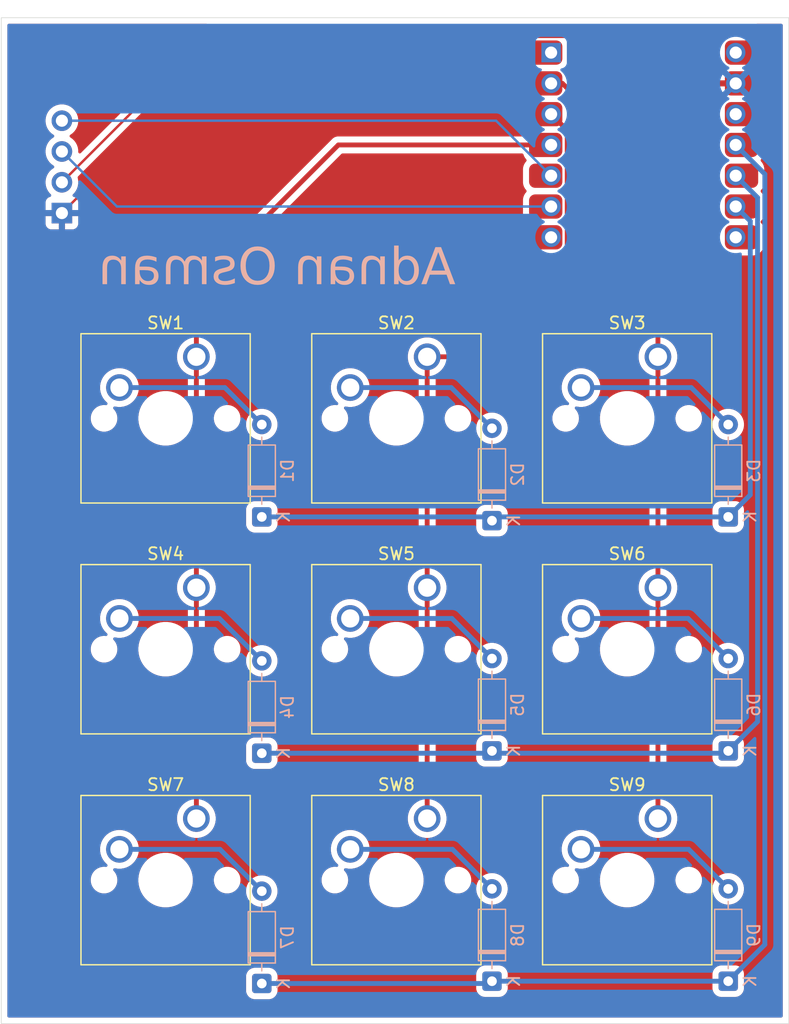
<source format=kicad_pcb>
(kicad_pcb (version 20241229) (generator "pcbnew") (generator_version "9.0")
  (layers (0 "F.Cu" signal) (2 "B.Cu" signal) (13 "F.Paste" user) (15 "B.Paste" user) (5 "F.SilkS" user "F.Silkscreen") (7 "B.SilkS" user "B.Silkscreen") (1 "F.Mask" user) (3 "B.Mask" user) (25 "Edge.Cuts" user))
  (net 0 "")
  (net 1 "GND")
  (net 2 "Net-(Brd1-SDA)")
  (net 3 "Net-(Brd1-VCC)")
  (net 4 "Net-(Brd1-SCL)")
  (net 5 "Row1")
  (net 6 "Net-(D1-A)")
  (net 7 "Net-(D2-A)")
  (net 8 "Net-(D3-A)")
  (net 9 "Row2")
  (net 10 "Net-(D4-A)")
  (net 11 "Net-(D5-A)")
  (net 12 "Net-(D6-A)")
  (net 13 "Row3")
  (net 14 "Net-(D7-A)")
  (net 15 "Net-(D8-A)")
  (net 16 "Net-(D9-A)")
  (net 17 "Col1")
  (net 18 "Col2")
  (net 19 "Col3")
  (footprint "Button_Switch_Keyboard:SW_Cherry_MX_1.00u_PCB" (layer "F.Cu") (at 46.1 114.53)
    (property "Reference" "SW4" (at -2.54 -2.794 0) (layer "F.SilkS"))
    (property "Value" "SW_Push")
    (fp_line (start -9.525 -1.905) (end 4.445 -1.905) (stroke (width 0.12)) (layer "F.SilkS"))
    (fp_line (start -9.525 12.065) (end -9.525 -1.905) (stroke (width 0.12)) (layer "F.SilkS"))
    (fp_line (start 4.445 -1.905) (end 4.445 12.065) (stroke (width 0.12)) (layer "F.SilkS"))
    (fp_line (start 4.445 12.065) (end -9.525 12.065) (stroke (width 0.12)) (layer "F.SilkS"))
    (pad "" np_thru_hole circle (at -7.62 5.08) (size 1.7 1.7) (drill 1.7) (layers "*.Cu" "*.Mask"))
    (pad "" np_thru_hole circle (at -2.54 5.08) (size 4 4) (drill 4) (layers "*.Cu" "*.Mask"))
    (pad "" np_thru_hole circle (at 2.54 5.08) (size 1.7 1.7) (drill 1.7) (layers "*.Cu" "*.Mask"))
    (pad "1" thru_hole circle (at 0 0) (size 2.2 2.2) (drill 1.5) (layers "*.Cu" "*.Mask") (net 17 "Col1"))
    (pad "2" thru_hole circle (at -6.35 2.54) (size 2.2 2.2) (drill 1.5) (layers "*.Cu" "*.Mask") (net 10 "Net-(D4-A)"))
  )
  (footprint "Button_Switch_Keyboard:SW_Cherry_MX_1.00u_PCB" (layer "F.Cu") (at 65.15 114.53)
    (property "Reference" "SW5" (at -2.54 -2.794 0) (layer "F.SilkS"))
    (property "Value" "SW_Push")
    (fp_line (start -9.525 -1.905) (end 4.445 -1.905) (stroke (width 0.12)) (layer "F.SilkS"))
    (fp_line (start -9.525 12.065) (end -9.525 -1.905) (stroke (width 0.12)) (layer "F.SilkS"))
    (fp_line (start 4.445 -1.905) (end 4.445 12.065) (stroke (width 0.12)) (layer "F.SilkS"))
    (fp_line (start 4.445 12.065) (end -9.525 12.065) (stroke (width 0.12)) (layer "F.SilkS"))
    (pad "" np_thru_hole circle (at -7.62 5.08) (size 1.7 1.7) (drill 1.7) (layers "*.Cu" "*.Mask"))
    (pad "" np_thru_hole circle (at -2.54 5.08) (size 4 4) (drill 4) (layers "*.Cu" "*.Mask"))
    (pad "" np_thru_hole circle (at 2.54 5.08) (size 1.7 1.7) (drill 1.7) (layers "*.Cu" "*.Mask"))
    (pad "1" thru_hole circle (at 0 0) (size 2.2 2.2) (drill 1.5) (layers "*.Cu" "*.Mask") (net 18 "Col2"))
    (pad "2" thru_hole circle (at -6.35 2.54) (size 2.2 2.2) (drill 1.5) (layers "*.Cu" "*.Mask") (net 11 "Net-(D5-A)"))
  )
  (footprint "Button_Switch_Keyboard:SW_Cherry_MX_1.00u_PCB" (layer "F.Cu") (at 84.2 95.48)
    (property "Reference" "SW3" (at -2.54 -2.794 0) (layer "F.SilkS"))
    (property "Value" "SW_Push")
    (fp_line (start -9.525 -1.905) (end 4.445 -1.905) (stroke (width 0.12)) (layer "F.SilkS"))
    (fp_line (start -9.525 12.065) (end -9.525 -1.905) (stroke (width 0.12)) (layer "F.SilkS"))
    (fp_line (start 4.445 -1.905) (end 4.445 12.065) (stroke (width 0.12)) (layer "F.SilkS"))
    (fp_line (start 4.445 12.065) (end -9.525 12.065) (stroke (width 0.12)) (layer "F.SilkS"))
    (pad "" np_thru_hole circle (at -7.62 5.08) (size 1.7 1.7) (drill 1.7) (layers "*.Cu" "*.Mask"))
    (pad "" np_thru_hole circle (at -2.54 5.08) (size 4 4) (drill 4) (layers "*.Cu" "*.Mask"))
    (pad "" np_thru_hole circle (at 2.54 5.08) (size 1.7 1.7) (drill 1.7) (layers "*.Cu" "*.Mask"))
    (pad "1" thru_hole circle (at 0 0) (size 2.2 2.2) (drill 1.5) (layers "*.Cu" "*.Mask") (net 19 "Col3"))
    (pad "2" thru_hole circle (at -6.35 2.54) (size 2.2 2.2) (drill 1.5) (layers "*.Cu" "*.Mask") (net 8 "Net-(D3-A)"))
  )
  (footprint "Button_Switch_Keyboard:SW_Cherry_MX_1.00u_PCB" (layer "F.Cu") (at 65.15 133.58)
    (property "Reference" "SW8" (at -2.54 -2.794 0) (layer "F.SilkS"))
    (property "Value" "SW_Push")
    (fp_line (start -9.525 -1.905) (end 4.445 -1.905) (stroke (width 0.12)) (layer "F.SilkS"))
    (fp_line (start -9.525 12.065) (end -9.525 -1.905) (stroke (width 0.12)) (layer "F.SilkS"))
    (fp_line (start 4.445 -1.905) (end 4.445 12.065) (stroke (width 0.12)) (layer "F.SilkS"))
    (fp_line (start 4.445 12.065) (end -9.525 12.065) (stroke (width 0.12)) (layer "F.SilkS"))
    (pad "" np_thru_hole circle (at -7.62 5.08) (size 1.7 1.7) (drill 1.7) (layers "*.Cu" "*.Mask"))
    (pad "" np_thru_hole circle (at -2.54 5.08) (size 4 4) (drill 4) (layers "*.Cu" "*.Mask"))
    (pad "" np_thru_hole circle (at 2.54 5.08) (size 1.7 1.7) (drill 1.7) (layers "*.Cu" "*.Mask"))
    (pad "1" thru_hole circle (at 0 0) (size 2.2 2.2) (drill 1.5) (layers "*.Cu" "*.Mask") (net 18 "Col2"))
    (pad "2" thru_hole circle (at -6.35 2.54) (size 2.2 2.2) (drill 1.5) (layers "*.Cu" "*.Mask") (net 15 "Net-(D8-A)"))
  )
  (footprint "Button_Switch_Keyboard:SW_Cherry_MX_1.00u_PCB" (layer "F.Cu") (at 46.1 133.58)
    (property "Reference" "SW7" (at -2.54 -2.794 0) (layer "F.SilkS"))
    (property "Value" "SW_Push")
    (fp_line (start -9.525 -1.905) (end 4.445 -1.905) (stroke (width 0.12)) (layer "F.SilkS"))
    (fp_line (start -9.525 12.065) (end -9.525 -1.905) (stroke (width 0.12)) (layer "F.SilkS"))
    (fp_line (start 4.445 -1.905) (end 4.445 12.065) (stroke (width 0.12)) (layer "F.SilkS"))
    (fp_line (start 4.445 12.065) (end -9.525 12.065) (stroke (width 0.12)) (layer "F.SilkS"))
    (pad "" np_thru_hole circle (at -7.62 5.08) (size 1.7 1.7) (drill 1.7) (layers "*.Cu" "*.Mask"))
    (pad "" np_thru_hole circle (at -2.54 5.08) (size 4 4) (drill 4) (layers "*.Cu" "*.Mask"))
    (pad "" np_thru_hole circle (at 2.54 5.08) (size 1.7 1.7) (drill 1.7) (layers "*.Cu" "*.Mask"))
    (pad "1" thru_hole circle (at 0 0) (size 2.2 2.2) (drill 1.5) (layers "*.Cu" "*.Mask") (net 17 "Col1"))
    (pad "2" thru_hole circle (at -6.35 2.54) (size 2.2 2.2) (drill 1.5) (layers "*.Cu" "*.Mask") (net 14 "Net-(D7-A)"))
  )
  (footprint "Button_Switch_Keyboard:SW_Cherry_MX_1.00u_PCB" (layer "F.Cu") (at 84.2 133.58)
    (property "Reference" "SW9" (at -2.54 -2.794 0) (layer "F.SilkS"))
    (property "Value" "SW_Push")
    (fp_line (start -9.525 -1.905) (end 4.445 -1.905) (stroke (width 0.12)) (layer "F.SilkS"))
    (fp_line (start -9.525 12.065) (end -9.525 -1.905) (stroke (width 0.12)) (layer "F.SilkS"))
    (fp_line (start 4.445 -1.905) (end 4.445 12.065) (stroke (width 0.12)) (layer "F.SilkS"))
    (fp_line (start 4.445 12.065) (end -9.525 12.065) (stroke (width 0.12)) (layer "F.SilkS"))
    (pad "" np_thru_hole circle (at -7.62 5.08) (size 1.7 1.7) (drill 1.7) (layers "*.Cu" "*.Mask"))
    (pad "" np_thru_hole circle (at -2.54 5.08) (size 4 4) (drill 4) (layers "*.Cu" "*.Mask"))
    (pad "" np_thru_hole circle (at 2.54 5.08) (size 1.7 1.7) (drill 1.7) (layers "*.Cu" "*.Mask"))
    (pad "1" thru_hole circle (at 0 0) (size 2.2 2.2) (drill 1.5) (layers "*.Cu" "*.Mask") (net 19 "Col3"))
    (pad "2" thru_hole circle (at -6.35 2.54) (size 2.2 2.2) (drill 1.5) (layers "*.Cu" "*.Mask") (net 16 "Net-(D9-A)"))
  )
  (footprint "Button_Switch_Keyboard:SW_Cherry_MX_1.00u_PCB" (layer "F.Cu") (at 65.15 95.48)
    (property "Reference" "SW2" (at -2.54 -2.794 0) (layer "F.SilkS"))
    (property "Value" "SW_Push")
    (fp_line (start -9.525 -1.905) (end 4.445 -1.905) (stroke (width 0.12)) (layer "F.SilkS"))
    (fp_line (start -9.525 12.065) (end -9.525 -1.905) (stroke (width 0.12)) (layer "F.SilkS"))
    (fp_line (start 4.445 -1.905) (end 4.445 12.065) (stroke (width 0.12)) (layer "F.SilkS"))
    (fp_line (start 4.445 12.065) (end -9.525 12.065) (stroke (width 0.12)) (layer "F.SilkS"))
    (pad "" np_thru_hole circle (at -7.62 5.08) (size 1.7 1.7) (drill 1.7) (layers "*.Cu" "*.Mask"))
    (pad "" np_thru_hole circle (at -2.54 5.08) (size 4 4) (drill 4) (layers "*.Cu" "*.Mask"))
    (pad "" np_thru_hole circle (at 2.54 5.08) (size 1.7 1.7) (drill 1.7) (layers "*.Cu" "*.Mask"))
    (pad "1" thru_hole circle (at 0 0) (size 2.2 2.2) (drill 1.5) (layers "*.Cu" "*.Mask") (net 18 "Col2"))
    (pad "2" thru_hole circle (at -6.35 2.54) (size 2.2 2.2) (drill 1.5) (layers "*.Cu" "*.Mask") (net 7 "Net-(D2-A)"))
  )
  (footprint "ScottoKeebs_Components:OLED_128x32" (layer "F.Cu") (at 33.4 73.82)
    (property "Reference" "Brd1" (hide yes))
    (property "Value" "SSD1306")
    (pad "1" thru_hole rect (at 1.6 9.8 180) (size 1.7 1.7) (drill 1) (layers "*.Cu" "*.Mask") (net 1 "GND"))
    (pad "2" thru_hole oval (at 1.6 7.26 180) (size 1.7 1.7) (drill 1) (layers "*.Cu" "*.Mask") (net 3 "Net-(Brd1-VCC)"))
    (pad "3" thru_hole oval (at 1.6 4.72 180) (size 1.7 1.7) (drill 1) (layers "*.Cu" "*.Mask") (net 4 "Net-(Brd1-SCL)"))
    (pad "4" thru_hole oval (at 1.6 2.18 180) (size 1.7 1.7) (drill 1) (layers "*.Cu" "*.Mask") (net 2 "Net-(Brd1-SDA)"))
  )
  (footprint "Button_Switch_Keyboard:SW_Cherry_MX_1.00u_PCB" (layer "F.Cu") (at 84.2 114.53)
    (property "Reference" "SW6" (at -2.54 -2.794 0) (layer "F.SilkS"))
    (property "Value" "SW_Push")
    (fp_line (start -9.525 -1.905) (end 4.445 -1.905) (stroke (width 0.12)) (layer "F.SilkS"))
    (fp_line (start -9.525 12.065) (end -9.525 -1.905) (stroke (width 0.12)) (layer "F.SilkS"))
    (fp_line (start 4.445 -1.905) (end 4.445 12.065) (stroke (width 0.12)) (layer "F.SilkS"))
    (fp_line (start 4.445 12.065) (end -9.525 12.065) (stroke (width 0.12)) (layer "F.SilkS"))
    (pad "" np_thru_hole circle (at -7.62 5.08) (size 1.7 1.7) (drill 1.7) (layers "*.Cu" "*.Mask"))
    (pad "" np_thru_hole circle (at -2.54 5.08) (size 4 4) (drill 4) (layers "*.Cu" "*.Mask"))
    (pad "" np_thru_hole circle (at 2.54 5.08) (size 1.7 1.7) (drill 1.7) (layers "*.Cu" "*.Mask"))
    (pad "1" thru_hole circle (at 0 0) (size 2.2 2.2) (drill 1.5) (layers "*.Cu" "*.Mask") (net 19 "Col3"))
    (pad "2" thru_hole circle (at -6.35 2.54) (size 2.2 2.2) (drill 1.5) (layers "*.Cu" "*.Mask") (net 12 "Net-(D6-A)"))
  )
  (footprint "ScottoKeebs_MCU:Seeed_XIAO_RP2040" (layer "F.Cu") (at 83 78)
    (property "Reference" "U1" (hide yes))
    (property "Value" "XIAO-RP2040-DIP")
    (pad "1" smd roundrect (at -8.065 -7.62) (size 2.75 2) (layers "F.Cu" "F.Mask" "F.Paste"))
    (pad "1" thru_hole rect (at -7.62 -7.62 90) (size 1.6 1.6) (drill 1) (layers "*.Cu" "*.Mask"))
    (pad "2" smd roundrect (at -8.065 -5.08) (size 2.75 2) (layers "F.Cu" "F.Mask" "F.Paste") (net 19 "Col3"))
    (pad "2" thru_hole circle (at -7.62 -5.08 90) (size 1.6 1.6) (drill 1) (layers "*.Cu" "*.Mask") (net 19 "Col3"))
    (pad "3" smd roundrect (at -8.065 -2.54) (size 2.75 2) (layers "F.Cu" "F.Mask" "F.Paste") (net 18 "Col2"))
    (pad "3" thru_hole circle (at -7.62 -2.54 90) (size 1.6 1.6) (drill 1) (layers "*.Cu" "*.Mask") (net 18 "Col2"))
    (pad "4" smd roundrect (at -8.065 0) (size 2.75 2) (layers "F.Cu" "F.Mask" "F.Paste") (net 17 "Col1"))
    (pad "4" thru_hole circle (at -7.62 0 90) (size 1.6 1.6) (drill 1) (layers "*.Cu" "*.Mask") (net 17 "Col1"))
    (pad "5" smd roundrect (at -8.065 2.54) (size 2.75 2) (layers "F.Cu" "F.Mask" "F.Paste") (net 2 "Net-(Brd1-SDA)"))
    (pad "5" thru_hole circle (at -7.62 2.54 90) (size 1.6 1.6) (drill 1) (layers "*.Cu" "*.Mask") (net 2 "Net-(Brd1-SDA)"))
    (pad "6" smd roundrect (at -8.065 5.08) (size 2.75 2) (layers "F.Cu" "F.Mask" "F.Paste") (net 4 "Net-(Brd1-SCL)"))
    (pad "6" thru_hole circle (at -7.62 5.08 90) (size 1.6 1.6) (drill 1) (layers "*.Cu" "*.Mask") (net 4 "Net-(Brd1-SCL)"))
    (pad "7" smd roundrect (at -8.065 7.62) (size 2.75 2) (layers "F.Cu" "F.Mask" "F.Paste"))
    (pad "7" thru_hole circle (at -7.62 7.62 90) (size 1.6 1.6) (drill 1) (layers "*.Cu" "*.Mask"))
    (pad "8" thru_hole circle (at 7.62 7.62 90) (size 1.6 1.6) (drill 1) (layers "*.Cu" "*.Mask"))
    (pad "8" smd roundrect (at 8.1 7.62) (size 2.75 2) (layers "F.Cu" "F.Mask" "F.Paste"))
    (pad "9" thru_hole circle (at 7.62 5.08 90) (size 1.6 1.6) (drill 1) (layers "*.Cu" "*.Mask") (net 5 "Row1"))
    (pad "9" smd roundrect (at 8.1 5.08) (size 2.75 2) (layers "F.Cu" "F.Mask" "F.Paste") (net 5 "Row1"))
    (pad "10" thru_hole circle (at 7.62 2.54 90) (size 1.6 1.6) (drill 1) (layers "*.Cu" "*.Mask") (net 9 "Row2"))
    (pad "10" smd roundrect (at 8.1 2.54) (size 2.75 2) (layers "F.Cu" "F.Mask" "F.Paste") (net 9 "Row2"))
    (pad "11" thru_hole circle (at 7.62 0 90) (size 1.6 1.6) (drill 1) (layers "*.Cu" "*.Mask") (net 13 "Row3"))
    (pad "11" smd roundrect (at 8.1 0) (size 2.75 2) (layers "F.Cu" "F.Mask" "F.Paste") (net 13 "Row3"))
    (pad "12" thru_hole circle (at 7.62 -2.54 90) (size 1.6 1.6) (drill 1) (layers "*.Cu" "*.Mask") (net 3 "Net-(Brd1-VCC)"))
    (pad "12" smd roundrect (at 8.1 -2.54) (size 2.75 2) (layers "F.Cu" "F.Mask" "F.Paste") (net 3 "Net-(Brd1-VCC)"))
    (pad "13" thru_hole circle (at 7.62 -5.08 90) (size 1.6 1.6) (drill 1) (layers "*.Cu" "*.Mask") (net 1 "GND"))
    (pad "13" smd roundrect (at 8.1 -5.08) (size 2.75 2) (layers "F.Cu" "F.Mask" "F.Paste") (net 1 "GND"))
    (pad "14" thru_hole circle (at 7.62 -7.62 90) (size 1.6 1.6) (drill 1) (layers "*.Cu" "*.Mask"))
    (pad "14" smd roundrect (at 8.1 -7.62) (size 2.75 2) (layers "F.Cu" "F.Mask" "F.Paste"))
  )
  (footprint "Button_Switch_Keyboard:SW_Cherry_MX_1.00u_PCB" (layer "F.Cu") (at 46.1 95.48)
    (property "Reference" "SW1" (at -2.54 -2.794 0) (layer "F.SilkS"))
    (property "Value" "SW_Push")
    (fp_line (start -9.525 -1.905) (end 4.445 -1.905) (stroke (width 0.12)) (layer "F.SilkS"))
    (fp_line (start -9.525 12.065) (end -9.525 -1.905) (stroke (width 0.12)) (layer "F.SilkS"))
    (fp_line (start 4.445 -1.905) (end 4.445 12.065) (stroke (width 0.12)) (layer "F.SilkS"))
    (fp_line (start 4.445 12.065) (end -9.525 12.065) (stroke (width 0.12)) (layer "F.SilkS"))
    (pad "" np_thru_hole circle (at -7.62 5.08) (size 1.7 1.7) (drill 1.7) (layers "*.Cu" "*.Mask"))
    (pad "" np_thru_hole circle (at -2.54 5.08) (size 4 4) (drill 4) (layers "*.Cu" "*.Mask"))
    (pad "" np_thru_hole circle (at 2.54 5.08) (size 1.7 1.7) (drill 1.7) (layers "*.Cu" "*.Mask"))
    (pad "1" thru_hole circle (at 0 0) (size 2.2 2.2) (drill 1.5) (layers "*.Cu" "*.Mask") (net 17 "Col1"))
    (pad "2" thru_hole circle (at -6.35 2.54) (size 2.2 2.2) (drill 1.5) (layers "*.Cu" "*.Mask") (net 6 "Net-(D1-A)"))
  )
  (footprint "Diode_THT:D_DO-35_SOD27_P7.62mm_Horizontal" (layer "B.Cu") (at 51.5 108.69 90)
    (property "Reference" "D1" (at 3.81 2.12 90) (layer "B.SilkS") (effects (justify mirror)))
    (property "Value" "1N4148")
    (fp_line (start 6.58 0) (end 5.93 0) (stroke (width 0.12)) (layer "B.SilkS"))
    (fp_line (start 1.04 0) (end 1.69 0) (stroke (width 0.12)) (layer "B.SilkS"))
    (fp_line (start 2.53 1.12) (end 2.53 -1.12) (stroke (width 0.12)) (layer "B.SilkS"))
    (fp_line (start 2.41 1.12) (end 2.41 -1.12) (stroke (width 0.12)) (layer "B.SilkS"))
    (fp_line (start 2.29 1.12) (end 2.29 -1.12) (stroke (width 0.12)) (layer "B.SilkS"))
    (fp_rect (start 1.69 1.12) (end 5.93 -1.12) (stroke (width 0.12)) (fill no) (layer "B.SilkS"))
    (fp_text user "K" (at 0 1.8 90) (layer "B.SilkS") (effects (justify mirror)))
    (pad "1" thru_hole roundrect (at 0 0 90) (size 1.6 1.6) (drill 0.8) (layers "*.Cu" "*.Mask") (roundrect_rratio 0.15625) (net 5 "Row1"))
    (pad "2" thru_hole circle (at 7.62 0 90) (size 1.6 1.6) (drill 0.8) (layers "*.Cu" "*.Mask") (net 6 "Net-(D1-A)"))
  )
  (footprint "Diode_THT:D_DO-35_SOD27_P7.62mm_Horizontal" (layer "B.Cu") (at 90 147 90)
    (property "Reference" "D9" (at 3.81 2.12 90) (layer "B.SilkS") (effects (justify mirror)))
    (property "Value" "1N4148")
    (fp_line (start 6.58 0) (end 5.93 0) (stroke (width 0.12)) (layer "B.SilkS"))
    (fp_line (start 1.04 0) (end 1.69 0) (stroke (width 0.12)) (layer "B.SilkS"))
    (fp_line (start 2.53 1.12) (end 2.53 -1.12) (stroke (width 0.12)) (layer "B.SilkS"))
    (fp_line (start 2.41 1.12) (end 2.41 -1.12) (stroke (width 0.12)) (layer "B.SilkS"))
    (fp_line (start 2.29 1.12) (end 2.29 -1.12) (stroke (width 0.12)) (layer "B.SilkS"))
    (fp_rect (start 1.69 1.12) (end 5.93 -1.12) (stroke (width 0.12)) (fill no) (layer "B.SilkS"))
    (fp_text user "K" (at 0 1.8 90) (layer "B.SilkS") (effects (justify mirror)))
    (pad "1" thru_hole roundrect (at 0 0 90) (size 1.6 1.6) (drill 0.8) (layers "*.Cu" "*.Mask") (roundrect_rratio 0.15625) (net 13 "Row3"))
    (pad "2" thru_hole circle (at 7.62 0 90) (size 1.6 1.6) (drill 0.8) (layers "*.Cu" "*.Mask") (net 16 "Net-(D9-A)"))
  )
  (footprint "Diode_THT:D_DO-35_SOD27_P7.62mm_Horizontal" (layer "B.Cu") (at 90 128 90)
    (property "Reference" "D6" (at 3.81 2.12 90) (layer "B.SilkS") (effects (justify mirror)))
    (property "Value" "1N4148")
    (fp_line (start 6.58 0) (end 5.93 0) (stroke (width 0.12)) (layer "B.SilkS"))
    (fp_line (start 1.04 0) (end 1.69 0) (stroke (width 0.12)) (layer "B.SilkS"))
    (fp_line (start 2.53 1.12) (end 2.53 -1.12) (stroke (width 0.12)) (layer "B.SilkS"))
    (fp_line (start 2.41 1.12) (end 2.41 -1.12) (stroke (width 0.12)) (layer "B.SilkS"))
    (fp_line (start 2.29 1.12) (end 2.29 -1.12) (stroke (width 0.12)) (layer "B.SilkS"))
    (fp_rect (start 1.69 1.12) (end 5.93 -1.12) (stroke (width 0.12)) (fill no) (layer "B.SilkS"))
    (fp_text user "K" (at 0 1.8 90) (layer "B.SilkS") (effects (justify mirror)))
    (pad "1" thru_hole roundrect (at 0 0 90) (size 1.6 1.6) (drill 0.8) (layers "*.Cu" "*.Mask") (roundrect_rratio 0.15625) (net 9 "Row2"))
    (pad "2" thru_hole circle (at 7.62 0 90) (size 1.6 1.6) (drill 0.8) (layers "*.Cu" "*.Mask") (net 12 "Net-(D6-A)"))
  )
  (footprint "Diode_THT:D_DO-35_SOD27_P7.62mm_Horizontal" (layer "B.Cu") (at 51.5 128.19 90)
    (property "Reference" "D4" (at 3.81 2.12 90) (layer "B.SilkS") (effects (justify mirror)))
    (property "Value" "1N4148")
    (fp_line (start 6.58 0) (end 5.93 0) (stroke (width 0.12)) (layer "B.SilkS"))
    (fp_line (start 1.04 0) (end 1.69 0) (stroke (width 0.12)) (layer "B.SilkS"))
    (fp_line (start 2.53 1.12) (end 2.53 -1.12) (stroke (width 0.12)) (layer "B.SilkS"))
    (fp_line (start 2.41 1.12) (end 2.41 -1.12) (stroke (width 0.12)) (layer "B.SilkS"))
    (fp_line (start 2.29 1.12) (end 2.29 -1.12) (stroke (width 0.12)) (layer "B.SilkS"))
    (fp_rect (start 1.69 1.12) (end 5.93 -1.12) (stroke (width 0.12)) (fill no) (layer "B.SilkS"))
    (fp_text user "K" (at 0 1.8 90) (layer "B.SilkS") (effects (justify mirror)))
    (pad "1" thru_hole roundrect (at 0 0 90) (size 1.6 1.6) (drill 0.8) (layers "*.Cu" "*.Mask") (roundrect_rratio 0.15625) (net 9 "Row2"))
    (pad "2" thru_hole circle (at 7.62 0 90) (size 1.6 1.6) (drill 0.8) (layers "*.Cu" "*.Mask") (net 10 "Net-(D4-A)"))
  )
  (footprint "Diode_THT:D_DO-35_SOD27_P7.62mm_Horizontal" (layer "B.Cu") (at 51.5 147.19 90)
    (property "Reference" "D7" (at 3.81 2.12 90) (layer "B.SilkS") (effects (justify mirror)))
    (property "Value" "1N4148")
    (fp_line (start 6.58 0) (end 5.93 0) (stroke (width 0.12)) (layer "B.SilkS"))
    (fp_line (start 1.04 0) (end 1.69 0) (stroke (width 0.12)) (layer "B.SilkS"))
    (fp_line (start 2.53 1.12) (end 2.53 -1.12) (stroke (width 0.12)) (layer "B.SilkS"))
    (fp_line (start 2.41 1.12) (end 2.41 -1.12) (stroke (width 0.12)) (layer "B.SilkS"))
    (fp_line (start 2.29 1.12) (end 2.29 -1.12) (stroke (width 0.12)) (layer "B.SilkS"))
    (fp_rect (start 1.69 1.12) (end 5.93 -1.12) (stroke (width 0.12)) (fill no) (layer "B.SilkS"))
    (fp_text user "K" (at 0 1.8 90) (layer "B.SilkS") (effects (justify mirror)))
    (pad "1" thru_hole roundrect (at 0 0 90) (size 1.6 1.6) (drill 0.8) (layers "*.Cu" "*.Mask") (roundrect_rratio 0.15625) (net 13 "Row3"))
    (pad "2" thru_hole circle (at 7.62 0 90) (size 1.6 1.6) (drill 0.8) (layers "*.Cu" "*.Mask") (net 14 "Net-(D7-A)"))
  )
  (footprint "Diode_THT:D_DO-35_SOD27_P7.62mm_Horizontal" (layer "B.Cu") (at 70.5 109 90)
    (property "Reference" "D2" (at 3.81 2.12 90) (layer "B.SilkS") (effects (justify mirror)))
    (property "Value" "1N4148")
    (fp_line (start 6.58 0) (end 5.93 0) (stroke (width 0.12)) (layer "B.SilkS"))
    (fp_line (start 1.04 0) (end 1.69 0) (stroke (width 0.12)) (layer "B.SilkS"))
    (fp_line (start 2.53 1.12) (end 2.53 -1.12) (stroke (width 0.12)) (layer "B.SilkS"))
    (fp_line (start 2.41 1.12) (end 2.41 -1.12) (stroke (width 0.12)) (layer "B.SilkS"))
    (fp_line (start 2.29 1.12) (end 2.29 -1.12) (stroke (width 0.12)) (layer "B.SilkS"))
    (fp_rect (start 1.69 1.12) (end 5.93 -1.12) (stroke (width 0.12)) (fill no) (layer "B.SilkS"))
    (fp_text user "K" (at 0 1.8 90) (layer "B.SilkS") (effects (justify mirror)))
    (pad "1" thru_hole roundrect (at 0 0 90) (size 1.6 1.6) (drill 0.8) (layers "*.Cu" "*.Mask") (roundrect_rratio 0.15625) (net 5 "Row1"))
    (pad "2" thru_hole circle (at 7.62 0 90) (size 1.6 1.6) (drill 0.8) (layers "*.Cu" "*.Mask") (net 7 "Net-(D2-A)"))
  )
  (footprint "Diode_THT:D_DO-35_SOD27_P7.62mm_Horizontal" (layer "B.Cu") (at 70.5 128 90)
    (property "Reference" "D5" (at 3.81 2.12 90) (layer "B.SilkS") (effects (justify mirror)))
    (property "Value" "1N4148")
    (fp_line (start 6.58 0) (end 5.93 0) (stroke (width 0.12)) (layer "B.SilkS"))
    (fp_line (start 1.04 0) (end 1.69 0) (stroke (width 0.12)) (layer "B.SilkS"))
    (fp_line (start 2.53 1.12) (end 2.53 -1.12) (stroke (width 0.12)) (layer "B.SilkS"))
    (fp_line (start 2.41 1.12) (end 2.41 -1.12) (stroke (width 0.12)) (layer "B.SilkS"))
    (fp_line (start 2.29 1.12) (end 2.29 -1.12) (stroke (width 0.12)) (layer "B.SilkS"))
    (fp_rect (start 1.69 1.12) (end 5.93 -1.12) (stroke (width 0.12)) (fill no) (layer "B.SilkS"))
    (fp_text user "K" (at 0 1.8 90) (layer "B.SilkS") (effects (justify mirror)))
    (pad "1" thru_hole roundrect (at 0 0 90) (size 1.6 1.6) (drill 0.8) (layers "*.Cu" "*.Mask") (roundrect_rratio 0.15625) (net 9 "Row2"))
    (pad "2" thru_hole circle (at 7.62 0 90) (size 1.6 1.6) (drill 0.8) (layers "*.Cu" "*.Mask") (net 11 "Net-(D5-A)"))
  )
  (footprint "Diode_THT:D_DO-35_SOD27_P7.62mm_Horizontal" (layer "B.Cu") (at 70.5 147 90)
    (property "Reference" "D8" (at 3.81 2.12 90) (layer "B.SilkS") (effects (justify mirror)))
    (property "Value" "1N4148")
    (fp_line (start 6.58 0) (end 5.93 0) (stroke (width 0.12)) (layer "B.SilkS"))
    (fp_line (start 1.04 0) (end 1.69 0) (stroke (width 0.12)) (layer "B.SilkS"))
    (fp_line (start 2.53 1.12) (end 2.53 -1.12) (stroke (width 0.12)) (layer "B.SilkS"))
    (fp_line (start 2.41 1.12) (end 2.41 -1.12) (stroke (width 0.12)) (layer "B.SilkS"))
    (fp_line (start 2.29 1.12) (end 2.29 -1.12) (stroke (width 0.12)) (layer "B.SilkS"))
    (fp_rect (start 1.69 1.12) (end 5.93 -1.12) (stroke (width 0.12)) (fill no) (layer "B.SilkS"))
    (fp_text user "K" (at 0 1.8 90) (layer "B.SilkS") (effects (justify mirror)))
    (pad "1" thru_hole roundrect (at 0 0 90) (size 1.6 1.6) (drill 0.8) (layers "*.Cu" "*.Mask") (roundrect_rratio 0.15625) (net 13 "Row3"))
    (pad "2" thru_hole circle (at 7.62 0 90) (size 1.6 1.6) (drill 0.8) (layers "*.Cu" "*.Mask") (net 15 "Net-(D8-A)"))
  )
  (footprint "Diode_THT:D_DO-35_SOD27_P7.62mm_Horizontal" (layer "B.Cu") (at 90 108.69 90)
    (property "Reference" "D3" (at 3.81 2.12 90) (layer "B.SilkS") (effects (justify mirror)))
    (property "Value" "1N4148")
    (fp_line (start 6.58 0) (end 5.93 0) (stroke (width 0.12)) (layer "B.SilkS"))
    (fp_line (start 1.04 0) (end 1.69 0) (stroke (width 0.12)) (layer "B.SilkS"))
    (fp_line (start 2.53 1.12) (end 2.53 -1.12) (stroke (width 0.12)) (layer "B.SilkS"))
    (fp_line (start 2.41 1.12) (end 2.41 -1.12) (stroke (width 0.12)) (layer "B.SilkS"))
    (fp_line (start 2.29 1.12) (end 2.29 -1.12) (stroke (width 0.12)) (layer "B.SilkS"))
    (fp_rect (start 1.69 1.12) (end 5.93 -1.12) (stroke (width 0.12)) (fill no) (layer "B.SilkS"))
    (fp_text user "K" (at 0 1.8 90) (layer "B.SilkS") (effects (justify mirror)))
    (pad "1" thru_hole roundrect (at 0 0 90) (size 1.6 1.6) (drill 0.8) (layers "*.Cu" "*.Mask") (roundrect_rratio 0.15625) (net 5 "Row1"))
    (pad "2" thru_hole circle (at 7.62 0 90) (size 1.6 1.6) (drill 0.8) (layers "*.Cu" "*.Mask") (net 8 "Net-(D3-A)"))
  )
  (gr_rect (start 30 67.5) (end 95 150.5) (stroke (width 0.05)) (fill no) (layer "Edge.Cuts"))
  (gr_text "Adnan Osman" (at 67.5 90 0) (layer "B.SilkS") (effects (font (size 3 3) (thickness 0.1)) (justify left bottom mirror)))
  (segment (start 87.259 69.559) (end 90.62 72.92) (width 0.2) (layer "F.Cu") (net 1))
  (segment (start 49.541 69.079) (end 87.259 69.079) (width 0.2) (layer "F.Cu") (net 1))
  (segment (start 35 83.62) (end 49.541 69.079) (width 0.2) (layer "F.Cu") (net 1))
  (segment (start 87.259 69.079) (end 87.259 69.559) (width 0.2) (layer "F.Cu") (net 1))
  (segment (start 35 76) (end 70.84 76) (width 0.2) (layer "B.Cu") (net 2))
  (segment (start 70.84 76) (end 75.38 80.54) (width 0.2) (layer "B.Cu") (net 2))
  (segment (start 35 81.08) (end 47.402 68.678) (width 0.2) (layer "F.Cu") (net 3))
  (segment (start 47.402 68.678) (end 91.913058 68.678) (width 0.2) (layer "F.Cu") (net 3))
  (segment (start 91.913058 68.678) (end 92.776 69.540942) (width 0.2) (layer "F.Cu") (net 3))
  (segment (start 91.75137 75.46) (end 90.62 75.46) (width 0.2) (layer "F.Cu") (net 3))
  (segment (start 92.776 74.43537) (end 91.75137 75.46) (width 0.2) (layer "F.Cu") (net 3))
  (segment (start 92.776 69.540942) (end 92.776 74.43537) (width 0.2) (layer "F.Cu") (net 3))
  (segment (start 39.54 83.08) (end 75.38 83.08) (width 0.2) (layer "B.Cu") (net 4))
  (segment (start 35 78.54) (end 39.54 83.08) (width 0.2) (layer "B.Cu") (net 4))
  (segment (start 90 108.69) (end 91.821 106.869) (width 0.4) (layer "B.Cu") (net 5))
  (segment (start 70.19 108.69) (end 70.5 109) (width 0.2) (layer "B.Cu") (net 5))
  (segment (start 70.5 109) (end 71 109) (width 0.2) (layer "B.Cu") (net 5))
  (segment (start 51.5 108.69) (end 90 108.69) (width 0.4) (layer "B.Cu") (net 5))
  (segment (start 71 109) (end 71.31 108.69) (width 0.2) (layer "B.Cu") (net 5))
  (segment (start 91.821 106.869) (end 91.821 84.281) (width 0.4) (layer "B.Cu") (net 5))
  (segment (start 91.821 84.281) (end 90.62 83.08) (width 0.4) (layer "B.Cu") (net 5))
  (segment (start 48.45 98.02) (end 51.5 101.07) (width 0.4) (layer "B.Cu") (net 6))
  (segment (start 39.75 98.02) (end 48.45 98.02) (width 0.4) (layer "B.Cu") (net 6))
  (segment (start 67.14 98.02) (end 70.5 101.38) (width 0.4) (layer "B.Cu") (net 7))
  (segment (start 58.8 98.02) (end 67.14 98.02) (width 0.4) (layer "B.Cu") (net 7))
  (segment (start 86.95 98.02) (end 90 101.07) (width 0.4) (layer "B.Cu") (net 8))
  (segment (start 77.85 98.02) (end 86.95 98.02) (width 0.4) (layer "B.Cu") (net 8))
  (segment (start 51.5 128.19) (end 89.81 128.19) (width 0.4) (layer "B.Cu") (net 9))
  (segment (start 89.31 128.19) (end 89.5 128) (width 0.2) (layer "B.Cu") (net 9))
  (segment (start 92.422 82.342) (end 90.62 80.54) (width 0.4) (layer "B.Cu") (net 9))
  (segment (start 89.81 128.19) (end 90 128) (width 0.4) (layer "B.Cu") (net 9))
  (segment (start 92.422 125.578) (end 92.422 82.342) (width 0.4) (layer "B.Cu") (net 9))
  (segment (start 90 128) (end 92.422 125.578) (width 0.4) (layer "B.Cu") (net 9))
  (segment (start 39.75 117.07) (end 48 117.07) (width 0.4) (layer "B.Cu") (net 10))
  (segment (start 48 117.07) (end 51.5 120.57) (width 0.4) (layer "B.Cu") (net 10))
  (segment (start 58.8 117.07) (end 67.19 117.07) (width 0.4) (layer "B.Cu") (net 11))
  (segment (start 67.19 117.07) (end 70.5 120.38) (width 0.4) (layer "B.Cu") (net 11))
  (segment (start 77.85 117.07) (end 86.69 117.07) (width 0.4) (layer "B.Cu") (net 12))
  (segment (start 86.69 117.07) (end 90 120.38) (width 0.4) (layer "B.Cu") (net 12))
  (segment (start 90 147) (end 70.5 147) (width 0.4) (layer "B.Cu") (net 13))
  (segment (start 93.023 80.403) (end 90.62 78) (width 0.4) (layer "B.Cu") (net 13))
  (segment (start 93.023 143.977) (end 93.023 80.403) (width 0.4) (layer "B.Cu") (net 13))
  (segment (start 70 147) (end 69.81 147.19) (width 0.4) (layer "B.Cu") (net 13))
  (segment (start 69.81 147.19) (end 51.5 147.19) (width 0.4) (layer "B.Cu") (net 13))
  (segment (start 89.81 147.19) (end 90 147) (width 0.4) (layer "B.Cu") (net 13))
  (segment (start 90 147) (end 93.023 143.977) (width 0.4) (layer "B.Cu") (net 13))
  (segment (start 70.5 147) (end 70 147) (width 0.4) (layer "B.Cu") (net 13))
  (segment (start 48.05 136.12) (end 51.5 139.57) (width 0.4) (layer "B.Cu") (net 14))
  (segment (start 39.75 136.12) (end 48.05 136.12) (width 0.4) (layer "B.Cu") (net 14))
  (segment (start 58.8 136.12) (end 67.24 136.12) (width 0.4) (layer "B.Cu") (net 15))
  (segment (start 67.24 136.12) (end 70.5 139.38) (width 0.4) (layer "B.Cu") (net 15))
  (segment (start 86.74 136.12) (end 90 139.38) (width 0.4) (layer "B.Cu") (net 16))
  (segment (start 77.85 136.12) (end 86.74 136.12) (width 0.4) (layer "B.Cu") (net 16))
  (segment (start 46.1 95.48) (end 46.1 133.58) (width 0.4) (layer "F.Cu") (net 17))
  (segment (start 46.1 95.48) (end 46.1 89.718522) (width 0.4) (layer "F.Cu") (net 17))
  (segment (start 57.818522 78) (end 74.935 78) (width 0.4) (layer "F.Cu") (net 17))
  (segment (start 46.1 89.718522) (end 57.818522 78) (width 0.4) (layer "F.Cu") (net 17))
  (segment (start 65.15 95.48) (end 67.731478 95.48) (width 0.4) (layer "F.Cu") (net 18))
  (segment (start 67.731478 95.48) (end 76.711 86.500478) (width 0.4) (layer "F.Cu") (net 18))
  (segment (start 65.15 95.48) (end 65.15 133.58) (width 0.4) (layer "F.Cu") (net 18))
  (segment (start 76.711 76.791) (end 75.38 75.46) (width 0.4) (layer "F.Cu") (net 18))
  (segment (start 76.711 86.500478) (end 76.711 76.791) (width 0.4) (layer "F.Cu") (net 18))
  (segment (start 84.2 80.81) (end 76.31 72.92) (width 0.4) (layer "F.Cu") (net 19))
  (segment (start 84.2 95.48) (end 84.2 133.58) (width 0.4) (layer "F.Cu") (net 19))
  (segment (start 76.31 72.92) (end 75.38 72.92) (width 0.4) (layer "F.Cu") (net 19))
  (segment (start 84.2 95.48) (end 84.2 80.81) (width 0.4) (layer "F.Cu") (net 19))
  (zone (net 1) (net_name "GND") (layers "F.Cu" "B.Cu") (priority 1) (connect_pads (clearance 0.5)) (min_thickness 0.25) (fill yes (thermal_gap 0.5) (thermal_bridge_width 0.5))
    (polygon (pts (xy 30 67.5) (xy 29.891406 150.5) (xy 95 150.5) (xy 95 67.5)))
  )
)
</source>
